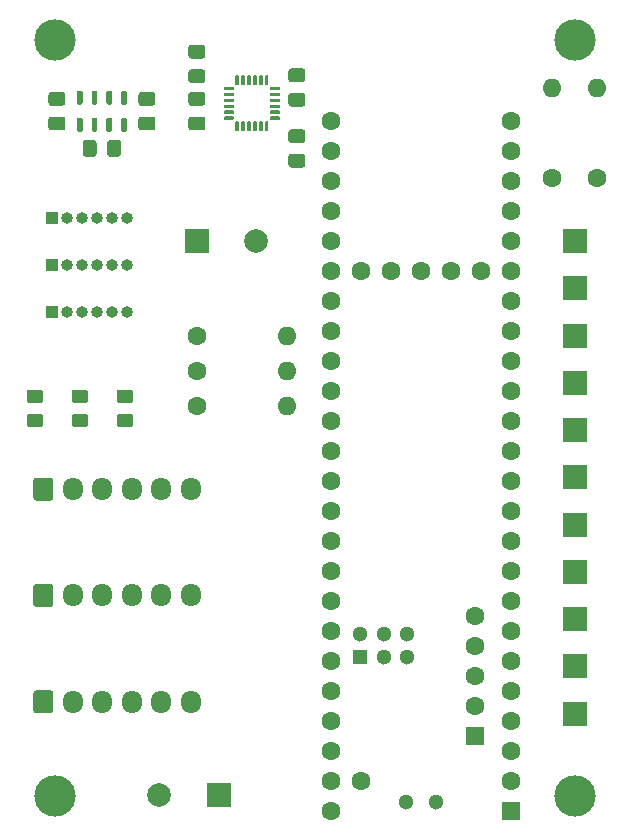
<source format=gbr>
%TF.GenerationSoftware,KiCad,Pcbnew,(5.1.9)-1*%
%TF.CreationDate,2021-05-19T19:29:26-04:00*%
%TF.ProjectId,ava_r2_bottom,6176615f-7232-45f6-926f-74746f6d2e6b,rev?*%
%TF.SameCoordinates,Original*%
%TF.FileFunction,Soldermask,Top*%
%TF.FilePolarity,Negative*%
%FSLAX46Y46*%
G04 Gerber Fmt 4.6, Leading zero omitted, Abs format (unit mm)*
G04 Created by KiCad (PCBNEW (5.1.9)-1) date 2021-05-19 19:29:26*
%MOMM*%
%LPD*%
G01*
G04 APERTURE LIST*
%ADD10C,3.500000*%
%ADD11O,1.600000X1.600000*%
%ADD12C,1.600000*%
%ADD13R,2.000000X2.000000*%
%ADD14C,2.000000*%
%ADD15O,1.700000X1.950000*%
%ADD16R,1.000000X1.000000*%
%ADD17O,1.000000X1.000000*%
%ADD18C,1.300000*%
%ADD19R,1.300000X1.300000*%
%ADD20R,1.600000X1.600000*%
G04 APERTURE END LIST*
D10*
%TO.C,hole2*%
X228000000Y-112000000D03*
%TD*%
%TO.C,hole1*%
X184000000Y-112000000D03*
%TD*%
%TO.C,hole4*%
X228000000Y-48000000D03*
%TD*%
%TO.C,hole3*%
X184000000Y-48000000D03*
%TD*%
%TO.C,MPU6050*%
G36*
G01*
X201835000Y-50965000D02*
X201985000Y-50965000D01*
G75*
G02*
X202060000Y-51040000I0J-75000D01*
G01*
X202060000Y-51740000D01*
G75*
G02*
X201985000Y-51815000I-75000J0D01*
G01*
X201835000Y-51815000D01*
G75*
G02*
X201760000Y-51740000I0J75000D01*
G01*
X201760000Y-51040000D01*
G75*
G02*
X201835000Y-50965000I75000J0D01*
G01*
G37*
G36*
G01*
X201335000Y-50965000D02*
X201485000Y-50965000D01*
G75*
G02*
X201560000Y-51040000I0J-75000D01*
G01*
X201560000Y-51740000D01*
G75*
G02*
X201485000Y-51815000I-75000J0D01*
G01*
X201335000Y-51815000D01*
G75*
G02*
X201260000Y-51740000I0J75000D01*
G01*
X201260000Y-51040000D01*
G75*
G02*
X201335000Y-50965000I75000J0D01*
G01*
G37*
G36*
G01*
X200835000Y-50965000D02*
X200985000Y-50965000D01*
G75*
G02*
X201060000Y-51040000I0J-75000D01*
G01*
X201060000Y-51740000D01*
G75*
G02*
X200985000Y-51815000I-75000J0D01*
G01*
X200835000Y-51815000D01*
G75*
G02*
X200760000Y-51740000I0J75000D01*
G01*
X200760000Y-51040000D01*
G75*
G02*
X200835000Y-50965000I75000J0D01*
G01*
G37*
G36*
G01*
X200335000Y-50965000D02*
X200485000Y-50965000D01*
G75*
G02*
X200560000Y-51040000I0J-75000D01*
G01*
X200560000Y-51740000D01*
G75*
G02*
X200485000Y-51815000I-75000J0D01*
G01*
X200335000Y-51815000D01*
G75*
G02*
X200260000Y-51740000I0J75000D01*
G01*
X200260000Y-51040000D01*
G75*
G02*
X200335000Y-50965000I75000J0D01*
G01*
G37*
G36*
G01*
X199835000Y-50965000D02*
X199985000Y-50965000D01*
G75*
G02*
X200060000Y-51040000I0J-75000D01*
G01*
X200060000Y-51740000D01*
G75*
G02*
X199985000Y-51815000I-75000J0D01*
G01*
X199835000Y-51815000D01*
G75*
G02*
X199760000Y-51740000I0J75000D01*
G01*
X199760000Y-51040000D01*
G75*
G02*
X199835000Y-50965000I75000J0D01*
G01*
G37*
G36*
G01*
X199335000Y-50965000D02*
X199485000Y-50965000D01*
G75*
G02*
X199560000Y-51040000I0J-75000D01*
G01*
X199560000Y-51740000D01*
G75*
G02*
X199485000Y-51815000I-75000J0D01*
G01*
X199335000Y-51815000D01*
G75*
G02*
X199260000Y-51740000I0J75000D01*
G01*
X199260000Y-51040000D01*
G75*
G02*
X199335000Y-50965000I75000J0D01*
G01*
G37*
G36*
G01*
X198285000Y-52165000D02*
X198285000Y-52015000D01*
G75*
G02*
X198360000Y-51940000I75000J0D01*
G01*
X199060000Y-51940000D01*
G75*
G02*
X199135000Y-52015000I0J-75000D01*
G01*
X199135000Y-52165000D01*
G75*
G02*
X199060000Y-52240000I-75000J0D01*
G01*
X198360000Y-52240000D01*
G75*
G02*
X198285000Y-52165000I0J75000D01*
G01*
G37*
G36*
G01*
X198285000Y-52665000D02*
X198285000Y-52515000D01*
G75*
G02*
X198360000Y-52440000I75000J0D01*
G01*
X199060000Y-52440000D01*
G75*
G02*
X199135000Y-52515000I0J-75000D01*
G01*
X199135000Y-52665000D01*
G75*
G02*
X199060000Y-52740000I-75000J0D01*
G01*
X198360000Y-52740000D01*
G75*
G02*
X198285000Y-52665000I0J75000D01*
G01*
G37*
G36*
G01*
X198285000Y-53165000D02*
X198285000Y-53015000D01*
G75*
G02*
X198360000Y-52940000I75000J0D01*
G01*
X199060000Y-52940000D01*
G75*
G02*
X199135000Y-53015000I0J-75000D01*
G01*
X199135000Y-53165000D01*
G75*
G02*
X199060000Y-53240000I-75000J0D01*
G01*
X198360000Y-53240000D01*
G75*
G02*
X198285000Y-53165000I0J75000D01*
G01*
G37*
G36*
G01*
X198285000Y-53665000D02*
X198285000Y-53515000D01*
G75*
G02*
X198360000Y-53440000I75000J0D01*
G01*
X199060000Y-53440000D01*
G75*
G02*
X199135000Y-53515000I0J-75000D01*
G01*
X199135000Y-53665000D01*
G75*
G02*
X199060000Y-53740000I-75000J0D01*
G01*
X198360000Y-53740000D01*
G75*
G02*
X198285000Y-53665000I0J75000D01*
G01*
G37*
G36*
G01*
X198285000Y-54165000D02*
X198285000Y-54015000D01*
G75*
G02*
X198360000Y-53940000I75000J0D01*
G01*
X199060000Y-53940000D01*
G75*
G02*
X199135000Y-54015000I0J-75000D01*
G01*
X199135000Y-54165000D01*
G75*
G02*
X199060000Y-54240000I-75000J0D01*
G01*
X198360000Y-54240000D01*
G75*
G02*
X198285000Y-54165000I0J75000D01*
G01*
G37*
G36*
G01*
X198285000Y-54665000D02*
X198285000Y-54515000D01*
G75*
G02*
X198360000Y-54440000I75000J0D01*
G01*
X199060000Y-54440000D01*
G75*
G02*
X199135000Y-54515000I0J-75000D01*
G01*
X199135000Y-54665000D01*
G75*
G02*
X199060000Y-54740000I-75000J0D01*
G01*
X198360000Y-54740000D01*
G75*
G02*
X198285000Y-54665000I0J75000D01*
G01*
G37*
G36*
G01*
X199335000Y-54865000D02*
X199485000Y-54865000D01*
G75*
G02*
X199560000Y-54940000I0J-75000D01*
G01*
X199560000Y-55640000D01*
G75*
G02*
X199485000Y-55715000I-75000J0D01*
G01*
X199335000Y-55715000D01*
G75*
G02*
X199260000Y-55640000I0J75000D01*
G01*
X199260000Y-54940000D01*
G75*
G02*
X199335000Y-54865000I75000J0D01*
G01*
G37*
G36*
G01*
X199835000Y-54865000D02*
X199985000Y-54865000D01*
G75*
G02*
X200060000Y-54940000I0J-75000D01*
G01*
X200060000Y-55640000D01*
G75*
G02*
X199985000Y-55715000I-75000J0D01*
G01*
X199835000Y-55715000D01*
G75*
G02*
X199760000Y-55640000I0J75000D01*
G01*
X199760000Y-54940000D01*
G75*
G02*
X199835000Y-54865000I75000J0D01*
G01*
G37*
G36*
G01*
X200335000Y-54865000D02*
X200485000Y-54865000D01*
G75*
G02*
X200560000Y-54940000I0J-75000D01*
G01*
X200560000Y-55640000D01*
G75*
G02*
X200485000Y-55715000I-75000J0D01*
G01*
X200335000Y-55715000D01*
G75*
G02*
X200260000Y-55640000I0J75000D01*
G01*
X200260000Y-54940000D01*
G75*
G02*
X200335000Y-54865000I75000J0D01*
G01*
G37*
G36*
G01*
X200835000Y-54865000D02*
X200985000Y-54865000D01*
G75*
G02*
X201060000Y-54940000I0J-75000D01*
G01*
X201060000Y-55640000D01*
G75*
G02*
X200985000Y-55715000I-75000J0D01*
G01*
X200835000Y-55715000D01*
G75*
G02*
X200760000Y-55640000I0J75000D01*
G01*
X200760000Y-54940000D01*
G75*
G02*
X200835000Y-54865000I75000J0D01*
G01*
G37*
G36*
G01*
X201335000Y-54865000D02*
X201485000Y-54865000D01*
G75*
G02*
X201560000Y-54940000I0J-75000D01*
G01*
X201560000Y-55640000D01*
G75*
G02*
X201485000Y-55715000I-75000J0D01*
G01*
X201335000Y-55715000D01*
G75*
G02*
X201260000Y-55640000I0J75000D01*
G01*
X201260000Y-54940000D01*
G75*
G02*
X201335000Y-54865000I75000J0D01*
G01*
G37*
G36*
G01*
X201835000Y-54865000D02*
X201985000Y-54865000D01*
G75*
G02*
X202060000Y-54940000I0J-75000D01*
G01*
X202060000Y-55640000D01*
G75*
G02*
X201985000Y-55715000I-75000J0D01*
G01*
X201835000Y-55715000D01*
G75*
G02*
X201760000Y-55640000I0J75000D01*
G01*
X201760000Y-54940000D01*
G75*
G02*
X201835000Y-54865000I75000J0D01*
G01*
G37*
G36*
G01*
X202185000Y-54665000D02*
X202185000Y-54515000D01*
G75*
G02*
X202260000Y-54440000I75000J0D01*
G01*
X202960000Y-54440000D01*
G75*
G02*
X203035000Y-54515000I0J-75000D01*
G01*
X203035000Y-54665000D01*
G75*
G02*
X202960000Y-54740000I-75000J0D01*
G01*
X202260000Y-54740000D01*
G75*
G02*
X202185000Y-54665000I0J75000D01*
G01*
G37*
G36*
G01*
X202185000Y-54165000D02*
X202185000Y-54015000D01*
G75*
G02*
X202260000Y-53940000I75000J0D01*
G01*
X202960000Y-53940000D01*
G75*
G02*
X203035000Y-54015000I0J-75000D01*
G01*
X203035000Y-54165000D01*
G75*
G02*
X202960000Y-54240000I-75000J0D01*
G01*
X202260000Y-54240000D01*
G75*
G02*
X202185000Y-54165000I0J75000D01*
G01*
G37*
G36*
G01*
X202185000Y-53665000D02*
X202185000Y-53515000D01*
G75*
G02*
X202260000Y-53440000I75000J0D01*
G01*
X202960000Y-53440000D01*
G75*
G02*
X203035000Y-53515000I0J-75000D01*
G01*
X203035000Y-53665000D01*
G75*
G02*
X202960000Y-53740000I-75000J0D01*
G01*
X202260000Y-53740000D01*
G75*
G02*
X202185000Y-53665000I0J75000D01*
G01*
G37*
G36*
G01*
X202185000Y-53165000D02*
X202185000Y-53015000D01*
G75*
G02*
X202260000Y-52940000I75000J0D01*
G01*
X202960000Y-52940000D01*
G75*
G02*
X203035000Y-53015000I0J-75000D01*
G01*
X203035000Y-53165000D01*
G75*
G02*
X202960000Y-53240000I-75000J0D01*
G01*
X202260000Y-53240000D01*
G75*
G02*
X202185000Y-53165000I0J75000D01*
G01*
G37*
G36*
G01*
X202185000Y-52665000D02*
X202185000Y-52515000D01*
G75*
G02*
X202260000Y-52440000I75000J0D01*
G01*
X202960000Y-52440000D01*
G75*
G02*
X203035000Y-52515000I0J-75000D01*
G01*
X203035000Y-52665000D01*
G75*
G02*
X202960000Y-52740000I-75000J0D01*
G01*
X202260000Y-52740000D01*
G75*
G02*
X202185000Y-52665000I0J75000D01*
G01*
G37*
G36*
G01*
X202185000Y-52165000D02*
X202185000Y-52015000D01*
G75*
G02*
X202260000Y-51940000I75000J0D01*
G01*
X202960000Y-51940000D01*
G75*
G02*
X203035000Y-52015000I0J-75000D01*
G01*
X203035000Y-52165000D01*
G75*
G02*
X202960000Y-52240000I-75000J0D01*
G01*
X202260000Y-52240000D01*
G75*
G02*
X202185000Y-52165000I0J75000D01*
G01*
G37*
%TD*%
D11*
%TO.C,R5*%
X229870000Y-52070000D03*
D12*
X229870000Y-59690000D03*
%TD*%
D11*
%TO.C,R4*%
X226060000Y-52070000D03*
D12*
X226060000Y-59690000D03*
%TD*%
%TO.C,C7*%
G36*
G01*
X204945000Y-56700000D02*
X203995000Y-56700000D01*
G75*
G02*
X203745000Y-56450000I0J250000D01*
G01*
X203745000Y-55775000D01*
G75*
G02*
X203995000Y-55525000I250000J0D01*
G01*
X204945000Y-55525000D01*
G75*
G02*
X205195000Y-55775000I0J-250000D01*
G01*
X205195000Y-56450000D01*
G75*
G02*
X204945000Y-56700000I-250000J0D01*
G01*
G37*
G36*
G01*
X204945000Y-58775000D02*
X203995000Y-58775000D01*
G75*
G02*
X203745000Y-58525000I0J250000D01*
G01*
X203745000Y-57850000D01*
G75*
G02*
X203995000Y-57600000I250000J0D01*
G01*
X204945000Y-57600000D01*
G75*
G02*
X205195000Y-57850000I0J-250000D01*
G01*
X205195000Y-58525000D01*
G75*
G02*
X204945000Y-58775000I-250000J0D01*
G01*
G37*
%TD*%
%TO.C,C3*%
G36*
G01*
X195525000Y-54450000D02*
X196475000Y-54450000D01*
G75*
G02*
X196725000Y-54700000I0J-250000D01*
G01*
X196725000Y-55375000D01*
G75*
G02*
X196475000Y-55625000I-250000J0D01*
G01*
X195525000Y-55625000D01*
G75*
G02*
X195275000Y-55375000I0J250000D01*
G01*
X195275000Y-54700000D01*
G75*
G02*
X195525000Y-54450000I250000J0D01*
G01*
G37*
G36*
G01*
X195525000Y-52375000D02*
X196475000Y-52375000D01*
G75*
G02*
X196725000Y-52625000I0J-250000D01*
G01*
X196725000Y-53300000D01*
G75*
G02*
X196475000Y-53550000I-250000J0D01*
G01*
X195525000Y-53550000D01*
G75*
G02*
X195275000Y-53300000I0J250000D01*
G01*
X195275000Y-52625000D01*
G75*
G02*
X195525000Y-52375000I250000J0D01*
G01*
G37*
%TD*%
%TO.C,C2*%
G36*
G01*
X203995000Y-52450000D02*
X204945000Y-52450000D01*
G75*
G02*
X205195000Y-52700000I0J-250000D01*
G01*
X205195000Y-53375000D01*
G75*
G02*
X204945000Y-53625000I-250000J0D01*
G01*
X203995000Y-53625000D01*
G75*
G02*
X203745000Y-53375000I0J250000D01*
G01*
X203745000Y-52700000D01*
G75*
G02*
X203995000Y-52450000I250000J0D01*
G01*
G37*
G36*
G01*
X203995000Y-50375000D02*
X204945000Y-50375000D01*
G75*
G02*
X205195000Y-50625000I0J-250000D01*
G01*
X205195000Y-51300000D01*
G75*
G02*
X204945000Y-51550000I-250000J0D01*
G01*
X203995000Y-51550000D01*
G75*
G02*
X203745000Y-51300000I0J250000D01*
G01*
X203745000Y-50625000D01*
G75*
G02*
X203995000Y-50375000I250000J0D01*
G01*
G37*
%TD*%
%TO.C,C1*%
G36*
G01*
X196475000Y-51625000D02*
X195525000Y-51625000D01*
G75*
G02*
X195275000Y-51375000I0J250000D01*
G01*
X195275000Y-50700000D01*
G75*
G02*
X195525000Y-50450000I250000J0D01*
G01*
X196475000Y-50450000D01*
G75*
G02*
X196725000Y-50700000I0J-250000D01*
G01*
X196725000Y-51375000D01*
G75*
G02*
X196475000Y-51625000I-250000J0D01*
G01*
G37*
G36*
G01*
X196475000Y-49550000D02*
X195525000Y-49550000D01*
G75*
G02*
X195275000Y-49300000I0J250000D01*
G01*
X195275000Y-48625000D01*
G75*
G02*
X195525000Y-48375000I250000J0D01*
G01*
X196475000Y-48375000D01*
G75*
G02*
X196725000Y-48625000I0J-250000D01*
G01*
X196725000Y-49300000D01*
G75*
G02*
X196475000Y-49550000I-250000J0D01*
G01*
G37*
%TD*%
D13*
%TO.C,P38*%
X228000000Y-69000000D03*
%TD*%
%TO.C,P39*%
X228000000Y-65000000D03*
%TD*%
%TO.C,P8*%
X228000000Y-97000000D03*
%TD*%
%TO.C,P27*%
X228000000Y-73000000D03*
%TD*%
%TO.C,P26*%
X228000000Y-77000000D03*
%TD*%
%TO.C,P20*%
X228000000Y-85000000D03*
%TD*%
%TO.C,P21*%
X228000000Y-81000000D03*
%TD*%
%TO.C,P14*%
X228000000Y-93000000D03*
%TD*%
%TO.C,P15*%
X228000000Y-89000000D03*
%TD*%
%TO.C,P1*%
X228000000Y-101000000D03*
%TD*%
%TO.C,P0*%
X228000000Y-105000000D03*
%TD*%
%TO.C,BZ1*%
X196000000Y-65000000D03*
D14*
X201000000Y-65000000D03*
%TD*%
%TO.C,C4*%
G36*
G01*
X184625000Y-53550000D02*
X183675000Y-53550000D01*
G75*
G02*
X183425000Y-53300000I0J250000D01*
G01*
X183425000Y-52625000D01*
G75*
G02*
X183675000Y-52375000I250000J0D01*
G01*
X184625000Y-52375000D01*
G75*
G02*
X184875000Y-52625000I0J-250000D01*
G01*
X184875000Y-53300000D01*
G75*
G02*
X184625000Y-53550000I-250000J0D01*
G01*
G37*
G36*
G01*
X184625000Y-55625000D02*
X183675000Y-55625000D01*
G75*
G02*
X183425000Y-55375000I0J250000D01*
G01*
X183425000Y-54700000D01*
G75*
G02*
X183675000Y-54450000I250000J0D01*
G01*
X184625000Y-54450000D01*
G75*
G02*
X184875000Y-54700000I0J-250000D01*
G01*
X184875000Y-55375000D01*
G75*
G02*
X184625000Y-55625000I-250000J0D01*
G01*
G37*
%TD*%
%TO.C,C5*%
G36*
G01*
X191295000Y-52375000D02*
X192245000Y-52375000D01*
G75*
G02*
X192495000Y-52625000I0J-250000D01*
G01*
X192495000Y-53300000D01*
G75*
G02*
X192245000Y-53550000I-250000J0D01*
G01*
X191295000Y-53550000D01*
G75*
G02*
X191045000Y-53300000I0J250000D01*
G01*
X191045000Y-52625000D01*
G75*
G02*
X191295000Y-52375000I250000J0D01*
G01*
G37*
G36*
G01*
X191295000Y-54450000D02*
X192245000Y-54450000D01*
G75*
G02*
X192495000Y-54700000I0J-250000D01*
G01*
X192495000Y-55375000D01*
G75*
G02*
X192245000Y-55625000I-250000J0D01*
G01*
X191295000Y-55625000D01*
G75*
G02*
X191045000Y-55375000I0J250000D01*
G01*
X191045000Y-54700000D01*
G75*
G02*
X191295000Y-54450000I250000J0D01*
G01*
G37*
%TD*%
%TO.C,C6*%
G36*
G01*
X189585000Y-56675000D02*
X189585000Y-57625000D01*
G75*
G02*
X189335000Y-57875000I-250000J0D01*
G01*
X188660000Y-57875000D01*
G75*
G02*
X188410000Y-57625000I0J250000D01*
G01*
X188410000Y-56675000D01*
G75*
G02*
X188660000Y-56425000I250000J0D01*
G01*
X189335000Y-56425000D01*
G75*
G02*
X189585000Y-56675000I0J-250000D01*
G01*
G37*
G36*
G01*
X187510000Y-56675000D02*
X187510000Y-57625000D01*
G75*
G02*
X187260000Y-57875000I-250000J0D01*
G01*
X186585000Y-57875000D01*
G75*
G02*
X186335000Y-57625000I0J250000D01*
G01*
X186335000Y-56675000D01*
G75*
G02*
X186585000Y-56425000I250000J0D01*
G01*
X187260000Y-56425000D01*
G75*
G02*
X187510000Y-56675000I0J-250000D01*
G01*
G37*
%TD*%
%TO.C,D1*%
G36*
G01*
X189454999Y-77565000D02*
X190355001Y-77565000D01*
G75*
G02*
X190605000Y-77814999I0J-249999D01*
G01*
X190605000Y-78465001D01*
G75*
G02*
X190355001Y-78715000I-249999J0D01*
G01*
X189454999Y-78715000D01*
G75*
G02*
X189205000Y-78465001I0J249999D01*
G01*
X189205000Y-77814999D01*
G75*
G02*
X189454999Y-77565000I249999J0D01*
G01*
G37*
G36*
G01*
X189454999Y-79615000D02*
X190355001Y-79615000D01*
G75*
G02*
X190605000Y-79864999I0J-249999D01*
G01*
X190605000Y-80515001D01*
G75*
G02*
X190355001Y-80765000I-249999J0D01*
G01*
X189454999Y-80765000D01*
G75*
G02*
X189205000Y-80515001I0J249999D01*
G01*
X189205000Y-79864999D01*
G75*
G02*
X189454999Y-79615000I249999J0D01*
G01*
G37*
%TD*%
%TO.C,D2*%
G36*
G01*
X185644999Y-79615000D02*
X186545001Y-79615000D01*
G75*
G02*
X186795000Y-79864999I0J-249999D01*
G01*
X186795000Y-80515001D01*
G75*
G02*
X186545001Y-80765000I-249999J0D01*
G01*
X185644999Y-80765000D01*
G75*
G02*
X185395000Y-80515001I0J249999D01*
G01*
X185395000Y-79864999D01*
G75*
G02*
X185644999Y-79615000I249999J0D01*
G01*
G37*
G36*
G01*
X185644999Y-77565000D02*
X186545001Y-77565000D01*
G75*
G02*
X186795000Y-77814999I0J-249999D01*
G01*
X186795000Y-78465001D01*
G75*
G02*
X186545001Y-78715000I-249999J0D01*
G01*
X185644999Y-78715000D01*
G75*
G02*
X185395000Y-78465001I0J249999D01*
G01*
X185395000Y-77814999D01*
G75*
G02*
X185644999Y-77565000I249999J0D01*
G01*
G37*
%TD*%
%TO.C,D3*%
G36*
G01*
X181834999Y-77565000D02*
X182735001Y-77565000D01*
G75*
G02*
X182985000Y-77814999I0J-249999D01*
G01*
X182985000Y-78465001D01*
G75*
G02*
X182735001Y-78715000I-249999J0D01*
G01*
X181834999Y-78715000D01*
G75*
G02*
X181585000Y-78465001I0J249999D01*
G01*
X181585000Y-77814999D01*
G75*
G02*
X181834999Y-77565000I249999J0D01*
G01*
G37*
G36*
G01*
X181834999Y-79615000D02*
X182735001Y-79615000D01*
G75*
G02*
X182985000Y-79864999I0J-249999D01*
G01*
X182985000Y-80515001D01*
G75*
G02*
X182735001Y-80765000I-249999J0D01*
G01*
X181834999Y-80765000D01*
G75*
G02*
X181585000Y-80515001I0J249999D01*
G01*
X181585000Y-79864999D01*
G75*
G02*
X181834999Y-79615000I249999J0D01*
G01*
G37*
%TD*%
%TO.C,RADIO1*%
G36*
G01*
X182150000Y-86725000D02*
X182150000Y-85275000D01*
G75*
G02*
X182400000Y-85025000I250000J0D01*
G01*
X183600000Y-85025000D01*
G75*
G02*
X183850000Y-85275000I0J-250000D01*
G01*
X183850000Y-86725000D01*
G75*
G02*
X183600000Y-86975000I-250000J0D01*
G01*
X182400000Y-86975000D01*
G75*
G02*
X182150000Y-86725000I0J250000D01*
G01*
G37*
D15*
X185500000Y-86000000D03*
X188000000Y-86000000D03*
X190500000Y-86000000D03*
X193000000Y-86000000D03*
X195500000Y-86000000D03*
%TD*%
%TO.C,UART1*%
X195500000Y-95000000D03*
X193000000Y-95000000D03*
X190500000Y-95000000D03*
X188000000Y-95000000D03*
X185500000Y-95000000D03*
G36*
G01*
X182150000Y-95725000D02*
X182150000Y-94275000D01*
G75*
G02*
X182400000Y-94025000I250000J0D01*
G01*
X183600000Y-94025000D01*
G75*
G02*
X183850000Y-94275000I0J-250000D01*
G01*
X183850000Y-95725000D01*
G75*
G02*
X183600000Y-95975000I-250000J0D01*
G01*
X182400000Y-95975000D01*
G75*
G02*
X182150000Y-95725000I0J250000D01*
G01*
G37*
%TD*%
%TO.C,I2C1*%
G36*
G01*
X182150000Y-104725000D02*
X182150000Y-103275000D01*
G75*
G02*
X182400000Y-103025000I250000J0D01*
G01*
X183600000Y-103025000D01*
G75*
G02*
X183850000Y-103275000I0J-250000D01*
G01*
X183850000Y-104725000D01*
G75*
G02*
X183600000Y-104975000I-250000J0D01*
G01*
X182400000Y-104975000D01*
G75*
G02*
X182150000Y-104725000I0J250000D01*
G01*
G37*
X185500000Y-104000000D03*
X188000000Y-104000000D03*
X190500000Y-104000000D03*
X193000000Y-104000000D03*
X195500000Y-104000000D03*
%TD*%
D13*
%TO.C,J4*%
X197855000Y-111855000D03*
%TD*%
D14*
%TO.C,J5*%
X192775000Y-111855000D03*
%TD*%
D16*
%TO.C,J6*%
X183730000Y-63000000D03*
D17*
X185000000Y-63000000D03*
X186270000Y-63000000D03*
X187540000Y-63000000D03*
X188810000Y-63000000D03*
X190080000Y-63000000D03*
%TD*%
%TO.C,J7*%
X190080000Y-67000000D03*
X188810000Y-67000000D03*
X187540000Y-67000000D03*
X186270000Y-67000000D03*
X185000000Y-67000000D03*
D16*
X183730000Y-67000000D03*
%TD*%
%TO.C,J8*%
X183730000Y-71000000D03*
D17*
X185000000Y-71000000D03*
X186270000Y-71000000D03*
X187540000Y-71000000D03*
X188810000Y-71000000D03*
X190080000Y-71000000D03*
%TD*%
D11*
%TO.C,R1*%
X203620000Y-79000000D03*
D12*
X196000000Y-79000000D03*
%TD*%
%TO.C,R2*%
X196000000Y-76000000D03*
D11*
X203620000Y-76000000D03*
%TD*%
D12*
%TO.C,R3*%
X196000000Y-73000000D03*
D11*
X203620000Y-73000000D03*
%TD*%
D18*
%TO.C,U2*%
X213730000Y-112480000D03*
X216270000Y-112480000D03*
D12*
X209920000Y-67490000D03*
X212460000Y-67490000D03*
X215000000Y-67490000D03*
X217540000Y-67490000D03*
X220080000Y-67490000D03*
D18*
X213818400Y-100240000D03*
X213818400Y-98240000D03*
X211818400Y-98240000D03*
X211818400Y-100240000D03*
X209818400Y-98240000D03*
D19*
X209818400Y-100240000D03*
D12*
X222620000Y-72570000D03*
X222620000Y-70030000D03*
X222620000Y-67490000D03*
X222620000Y-64950000D03*
X222620000Y-75110000D03*
X222620000Y-77650000D03*
X222620000Y-80190000D03*
X222620000Y-62410000D03*
X222620000Y-59870000D03*
X222620000Y-57330000D03*
X222620000Y-54790000D03*
X207380000Y-54790000D03*
X207380000Y-57330000D03*
X207380000Y-59870000D03*
X207380000Y-62410000D03*
X207380000Y-64950000D03*
X207380000Y-67490000D03*
X207380000Y-70030000D03*
X207380000Y-72570000D03*
X207380000Y-75110000D03*
X207380000Y-77650000D03*
X222620000Y-82730000D03*
X222620000Y-85270000D03*
X222620000Y-87810000D03*
X222620000Y-90350000D03*
X222620000Y-92890000D03*
X222620000Y-95430000D03*
X222620000Y-97970000D03*
X222620000Y-100510000D03*
X222620000Y-103050000D03*
X222620000Y-105590000D03*
X222620000Y-108130000D03*
X222620000Y-110670000D03*
D20*
X222620000Y-113210000D03*
D12*
X207380000Y-80190000D03*
X207380000Y-82730000D03*
X207380000Y-85270000D03*
X207380000Y-87810000D03*
X207380000Y-90350000D03*
X207380000Y-92890000D03*
X207380000Y-95430000D03*
X207380000Y-97970000D03*
X207380000Y-100510000D03*
X207380000Y-103050000D03*
X207380000Y-105590000D03*
X207380000Y-108130000D03*
X207380000Y-110670000D03*
X207380000Y-113210000D03*
D20*
X219569200Y-106910800D03*
D12*
X219569200Y-104370800D03*
X219569200Y-101830800D03*
X219569200Y-99290800D03*
X219569200Y-96750800D03*
X209920000Y-110670000D03*
%TD*%
%TO.C,U3*%
G36*
G01*
X186210000Y-55750000D02*
X185960000Y-55750000D01*
G75*
G02*
X185835000Y-55625000I0J125000D01*
G01*
X185835000Y-54675000D01*
G75*
G02*
X185960000Y-54550000I125000J0D01*
G01*
X186210000Y-54550000D01*
G75*
G02*
X186335000Y-54675000I0J-125000D01*
G01*
X186335000Y-55625000D01*
G75*
G02*
X186210000Y-55750000I-125000J0D01*
G01*
G37*
G36*
G01*
X187460000Y-55750000D02*
X187210000Y-55750000D01*
G75*
G02*
X187085000Y-55625000I0J125000D01*
G01*
X187085000Y-54675000D01*
G75*
G02*
X187210000Y-54550000I125000J0D01*
G01*
X187460000Y-54550000D01*
G75*
G02*
X187585000Y-54675000I0J-125000D01*
G01*
X187585000Y-55625000D01*
G75*
G02*
X187460000Y-55750000I-125000J0D01*
G01*
G37*
G36*
G01*
X188710000Y-55750000D02*
X188460000Y-55750000D01*
G75*
G02*
X188335000Y-55625000I0J125000D01*
G01*
X188335000Y-54675000D01*
G75*
G02*
X188460000Y-54550000I125000J0D01*
G01*
X188710000Y-54550000D01*
G75*
G02*
X188835000Y-54675000I0J-125000D01*
G01*
X188835000Y-55625000D01*
G75*
G02*
X188710000Y-55750000I-125000J0D01*
G01*
G37*
G36*
G01*
X189960000Y-55750000D02*
X189710000Y-55750000D01*
G75*
G02*
X189585000Y-55625000I0J125000D01*
G01*
X189585000Y-54675000D01*
G75*
G02*
X189710000Y-54550000I125000J0D01*
G01*
X189960000Y-54550000D01*
G75*
G02*
X190085000Y-54675000I0J-125000D01*
G01*
X190085000Y-55625000D01*
G75*
G02*
X189960000Y-55750000I-125000J0D01*
G01*
G37*
G36*
G01*
X189960000Y-53450000D02*
X189710000Y-53450000D01*
G75*
G02*
X189585000Y-53325000I0J125000D01*
G01*
X189585000Y-52375000D01*
G75*
G02*
X189710000Y-52250000I125000J0D01*
G01*
X189960000Y-52250000D01*
G75*
G02*
X190085000Y-52375000I0J-125000D01*
G01*
X190085000Y-53325000D01*
G75*
G02*
X189960000Y-53450000I-125000J0D01*
G01*
G37*
G36*
G01*
X188710000Y-53450000D02*
X188460000Y-53450000D01*
G75*
G02*
X188335000Y-53325000I0J125000D01*
G01*
X188335000Y-52375000D01*
G75*
G02*
X188460000Y-52250000I125000J0D01*
G01*
X188710000Y-52250000D01*
G75*
G02*
X188835000Y-52375000I0J-125000D01*
G01*
X188835000Y-53325000D01*
G75*
G02*
X188710000Y-53450000I-125000J0D01*
G01*
G37*
G36*
G01*
X187460000Y-53450000D02*
X187210000Y-53450000D01*
G75*
G02*
X187085000Y-53325000I0J125000D01*
G01*
X187085000Y-52375000D01*
G75*
G02*
X187210000Y-52250000I125000J0D01*
G01*
X187460000Y-52250000D01*
G75*
G02*
X187585000Y-52375000I0J-125000D01*
G01*
X187585000Y-53325000D01*
G75*
G02*
X187460000Y-53450000I-125000J0D01*
G01*
G37*
G36*
G01*
X186210000Y-53450000D02*
X185960000Y-53450000D01*
G75*
G02*
X185835000Y-53325000I0J125000D01*
G01*
X185835000Y-52375000D01*
G75*
G02*
X185960000Y-52250000I125000J0D01*
G01*
X186210000Y-52250000D01*
G75*
G02*
X186335000Y-52375000I0J-125000D01*
G01*
X186335000Y-53325000D01*
G75*
G02*
X186210000Y-53450000I-125000J0D01*
G01*
G37*
%TD*%
M02*

</source>
